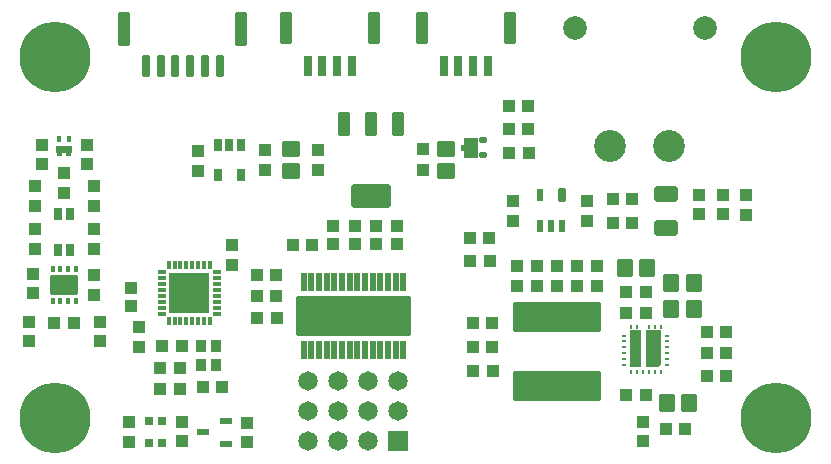
<source format=gbr>
G04*
G04 #@! TF.GenerationSoftware,Altium Limited,Altium Designer,24.7.2 (38)*
G04*
G04 Layer_Color=8388736*
%FSLAX25Y25*%
%MOIN*%
G70*
G04*
G04 #@! TF.SameCoordinates,AB7849DE-EAC8-4354-A705-FC1E97C67EB3*
G04*
G04*
G04 #@! TF.FilePolarity,Negative*
G04*
G01*
G75*
G04:AMPARAMS|DCode=56|XSize=51.18mil|YSize=59.06mil|CornerRadius=3.84mil|HoleSize=0mil|Usage=FLASHONLY|Rotation=180.000|XOffset=0mil|YOffset=0mil|HoleType=Round|Shape=RoundedRectangle|*
%AMROUNDEDRECTD56*
21,1,0.05118,0.05138,0,0,180.0*
21,1,0.04350,0.05906,0,0,180.0*
1,1,0.00768,-0.02175,0.02569*
1,1,0.00768,0.02175,0.02569*
1,1,0.00768,0.02175,-0.02569*
1,1,0.00768,-0.02175,-0.02569*
%
%ADD56ROUNDEDRECTD56*%
G04:AMPARAMS|DCode=57|XSize=43.31mil|YSize=39.37mil|CornerRadius=2.95mil|HoleSize=0mil|Usage=FLASHONLY|Rotation=270.000|XOffset=0mil|YOffset=0mil|HoleType=Round|Shape=RoundedRectangle|*
%AMROUNDEDRECTD57*
21,1,0.04331,0.03347,0,0,270.0*
21,1,0.03740,0.03937,0,0,270.0*
1,1,0.00591,-0.01673,-0.01870*
1,1,0.00591,-0.01673,0.01870*
1,1,0.00591,0.01673,0.01870*
1,1,0.00591,0.01673,-0.01870*
%
%ADD57ROUNDEDRECTD57*%
G04:AMPARAMS|DCode=58|XSize=62.99mil|YSize=21.65mil|CornerRadius=2.85mil|HoleSize=0mil|Usage=FLASHONLY|Rotation=270.000|XOffset=0mil|YOffset=0mil|HoleType=Round|Shape=RoundedRectangle|*
%AMROUNDEDRECTD58*
21,1,0.06299,0.01595,0,0,270.0*
21,1,0.05728,0.02165,0,0,270.0*
1,1,0.00571,-0.00797,-0.02864*
1,1,0.00571,-0.00797,0.02864*
1,1,0.00571,0.00797,0.02864*
1,1,0.00571,0.00797,-0.02864*
%
%ADD58ROUNDEDRECTD58*%
G04:AMPARAMS|DCode=59|XSize=295.28mil|YSize=98.43mil|CornerRadius=4.92mil|HoleSize=0mil|Usage=FLASHONLY|Rotation=180.000|XOffset=0mil|YOffset=0mil|HoleType=Round|Shape=RoundedRectangle|*
%AMROUNDEDRECTD59*
21,1,0.29528,0.08858,0,0,180.0*
21,1,0.28543,0.09843,0,0,180.0*
1,1,0.00984,-0.14272,0.04429*
1,1,0.00984,0.14272,0.04429*
1,1,0.00984,0.14272,-0.04429*
1,1,0.00984,-0.14272,-0.04429*
%
%ADD59ROUNDEDRECTD59*%
G04:AMPARAMS|DCode=60|XSize=43.31mil|YSize=39.37mil|CornerRadius=2.95mil|HoleSize=0mil|Usage=FLASHONLY|Rotation=0.000|XOffset=0mil|YOffset=0mil|HoleType=Round|Shape=RoundedRectangle|*
%AMROUNDEDRECTD60*
21,1,0.04331,0.03347,0,0,0.0*
21,1,0.03740,0.03937,0,0,0.0*
1,1,0.00591,0.01870,-0.01673*
1,1,0.00591,-0.01870,-0.01673*
1,1,0.00591,-0.01870,0.01673*
1,1,0.00591,0.01870,0.01673*
%
%ADD60ROUNDEDRECTD60*%
G04:AMPARAMS|DCode=61|XSize=51.18mil|YSize=59.06mil|CornerRadius=3.84mil|HoleSize=0mil|Usage=FLASHONLY|Rotation=90.000|XOffset=0mil|YOffset=0mil|HoleType=Round|Shape=RoundedRectangle|*
%AMROUNDEDRECTD61*
21,1,0.05118,0.05138,0,0,90.0*
21,1,0.04350,0.05906,0,0,90.0*
1,1,0.00768,0.02569,0.02175*
1,1,0.00768,0.02569,-0.02175*
1,1,0.00768,-0.02569,-0.02175*
1,1,0.00768,-0.02569,0.02175*
%
%ADD61ROUNDEDRECTD61*%
G04:AMPARAMS|DCode=62|XSize=23.62mil|YSize=66.93mil|CornerRadius=1.18mil|HoleSize=0mil|Usage=FLASHONLY|Rotation=180.000|XOffset=0mil|YOffset=0mil|HoleType=Round|Shape=RoundedRectangle|*
%AMROUNDEDRECTD62*
21,1,0.02362,0.06457,0,0,180.0*
21,1,0.02126,0.06693,0,0,180.0*
1,1,0.00236,-0.01063,0.03228*
1,1,0.00236,0.01063,0.03228*
1,1,0.00236,0.01063,-0.03228*
1,1,0.00236,-0.01063,-0.03228*
%
%ADD62ROUNDEDRECTD62*%
G04:AMPARAMS|DCode=63|XSize=39.37mil|YSize=106.3mil|CornerRadius=1.97mil|HoleSize=0mil|Usage=FLASHONLY|Rotation=180.000|XOffset=0mil|YOffset=0mil|HoleType=Round|Shape=RoundedRectangle|*
%AMROUNDEDRECTD63*
21,1,0.03937,0.10236,0,0,180.0*
21,1,0.03543,0.10630,0,0,180.0*
1,1,0.00394,-0.01772,0.05118*
1,1,0.00394,0.01772,0.05118*
1,1,0.00394,0.01772,-0.05118*
1,1,0.00394,-0.01772,-0.05118*
%
%ADD63ROUNDEDRECTD63*%
G04:AMPARAMS|DCode=64|XSize=43.31mil|YSize=110.24mil|CornerRadius=4.92mil|HoleSize=0mil|Usage=FLASHONLY|Rotation=180.000|XOffset=0mil|YOffset=0mil|HoleType=Round|Shape=RoundedRectangle|*
%AMROUNDEDRECTD64*
21,1,0.04331,0.10039,0,0,180.0*
21,1,0.03347,0.11024,0,0,180.0*
1,1,0.00984,-0.01673,0.05020*
1,1,0.00984,0.01673,0.05020*
1,1,0.00984,0.01673,-0.05020*
1,1,0.00984,-0.01673,-0.05020*
%
%ADD64ROUNDEDRECTD64*%
G04:AMPARAMS|DCode=65|XSize=27.56mil|YSize=70.87mil|CornerRadius=3.74mil|HoleSize=0mil|Usage=FLASHONLY|Rotation=180.000|XOffset=0mil|YOffset=0mil|HoleType=Round|Shape=RoundedRectangle|*
%AMROUNDEDRECTD65*
21,1,0.02756,0.06339,0,0,180.0*
21,1,0.02008,0.07087,0,0,180.0*
1,1,0.00748,-0.01004,0.03169*
1,1,0.00748,0.01004,0.03169*
1,1,0.00748,0.01004,-0.03169*
1,1,0.00748,-0.01004,-0.03169*
%
%ADD65ROUNDEDRECTD65*%
G04:AMPARAMS|DCode=66|XSize=39.37mil|YSize=43.31mil|CornerRadius=2.95mil|HoleSize=0mil|Usage=FLASHONLY|Rotation=180.000|XOffset=0mil|YOffset=0mil|HoleType=Round|Shape=RoundedRectangle|*
%AMROUNDEDRECTD66*
21,1,0.03937,0.03740,0,0,180.0*
21,1,0.03347,0.04331,0,0,180.0*
1,1,0.00591,-0.01673,0.01870*
1,1,0.00591,0.01673,0.01870*
1,1,0.00591,0.01673,-0.01870*
1,1,0.00591,-0.01673,-0.01870*
%
%ADD66ROUNDEDRECTD66*%
G04:AMPARAMS|DCode=67|XSize=23.62mil|YSize=11.81mil|CornerRadius=0.59mil|HoleSize=0mil|Usage=FLASHONLY|Rotation=180.000|XOffset=0mil|YOffset=0mil|HoleType=Round|Shape=RoundedRectangle|*
%AMROUNDEDRECTD67*
21,1,0.02362,0.01063,0,0,180.0*
21,1,0.02244,0.01181,0,0,180.0*
1,1,0.00118,-0.01122,0.00532*
1,1,0.00118,0.01122,0.00532*
1,1,0.00118,0.01122,-0.00532*
1,1,0.00118,-0.01122,-0.00532*
%
%ADD67ROUNDEDRECTD67*%
G04:AMPARAMS|DCode=68|XSize=23.62mil|YSize=11.81mil|CornerRadius=0.59mil|HoleSize=0mil|Usage=FLASHONLY|Rotation=90.000|XOffset=0mil|YOffset=0mil|HoleType=Round|Shape=RoundedRectangle|*
%AMROUNDEDRECTD68*
21,1,0.02362,0.01063,0,0,90.0*
21,1,0.02244,0.01181,0,0,90.0*
1,1,0.00118,0.00532,0.01122*
1,1,0.00118,0.00532,-0.01122*
1,1,0.00118,-0.00532,-0.01122*
1,1,0.00118,-0.00532,0.01122*
%
%ADD68ROUNDEDRECTD68*%
G04:AMPARAMS|DCode=69|XSize=135.83mil|YSize=135.83mil|CornerRadius=3.4mil|HoleSize=0mil|Usage=FLASHONLY|Rotation=90.000|XOffset=0mil|YOffset=0mil|HoleType=Round|Shape=RoundedRectangle|*
%AMROUNDEDRECTD69*
21,1,0.13583,0.12903,0,0,90.0*
21,1,0.12903,0.13583,0,0,90.0*
1,1,0.00679,0.06452,0.06452*
1,1,0.00679,0.06452,-0.06452*
1,1,0.00679,-0.06452,-0.06452*
1,1,0.00679,-0.06452,0.06452*
%
%ADD69ROUNDEDRECTD69*%
G04:AMPARAMS|DCode=70|XSize=22.05mil|YSize=37.4mil|CornerRadius=1.1mil|HoleSize=0mil|Usage=FLASHONLY|Rotation=90.000|XOffset=0mil|YOffset=0mil|HoleType=Round|Shape=RoundedRectangle|*
%AMROUNDEDRECTD70*
21,1,0.02205,0.03520,0,0,90.0*
21,1,0.01984,0.03740,0,0,90.0*
1,1,0.00221,0.01760,0.00992*
1,1,0.00221,0.01760,-0.00992*
1,1,0.00221,-0.01760,-0.00992*
1,1,0.00221,-0.01760,0.00992*
%
%ADD70ROUNDEDRECTD70*%
G04:AMPARAMS|DCode=71|XSize=27.56mil|YSize=27.56mil|CornerRadius=2.07mil|HoleSize=0mil|Usage=FLASHONLY|Rotation=270.000|XOffset=0mil|YOffset=0mil|HoleType=Round|Shape=RoundedRectangle|*
%AMROUNDEDRECTD71*
21,1,0.02756,0.02343,0,0,270.0*
21,1,0.02343,0.02756,0,0,270.0*
1,1,0.00413,-0.01171,-0.01171*
1,1,0.00413,-0.01171,0.01171*
1,1,0.00413,0.01171,0.01171*
1,1,0.00413,0.01171,-0.01171*
%
%ADD71ROUNDEDRECTD71*%
G04:AMPARAMS|DCode=72|XSize=39.37mil|YSize=35.43mil|CornerRadius=1.77mil|HoleSize=0mil|Usage=FLASHONLY|Rotation=90.000|XOffset=0mil|YOffset=0mil|HoleType=Round|Shape=RoundedRectangle|*
%AMROUNDEDRECTD72*
21,1,0.03937,0.03189,0,0,90.0*
21,1,0.03583,0.03543,0,0,90.0*
1,1,0.00354,0.01595,0.01791*
1,1,0.00354,0.01595,-0.01791*
1,1,0.00354,-0.01595,-0.01791*
1,1,0.00354,-0.01595,0.01791*
%
%ADD72ROUNDEDRECTD72*%
G04:AMPARAMS|DCode=73|XSize=39.37mil|YSize=43.31mil|CornerRadius=2.95mil|HoleSize=0mil|Usage=FLASHONLY|Rotation=270.000|XOffset=0mil|YOffset=0mil|HoleType=Round|Shape=RoundedRectangle|*
%AMROUNDEDRECTD73*
21,1,0.03937,0.03740,0,0,270.0*
21,1,0.03347,0.04331,0,0,270.0*
1,1,0.00591,-0.01870,-0.01673*
1,1,0.00591,-0.01870,0.01673*
1,1,0.00591,0.01870,0.01673*
1,1,0.00591,0.01870,-0.01673*
%
%ADD73ROUNDEDRECTD73*%
G04:AMPARAMS|DCode=74|XSize=21.65mil|YSize=43.31mil|CornerRadius=1.62mil|HoleSize=0mil|Usage=FLASHONLY|Rotation=180.000|XOffset=0mil|YOffset=0mil|HoleType=Round|Shape=RoundedRectangle|*
%AMROUNDEDRECTD74*
21,1,0.02165,0.04006,0,0,180.0*
21,1,0.01841,0.04331,0,0,180.0*
1,1,0.00325,-0.00920,0.02003*
1,1,0.00325,0.00920,0.02003*
1,1,0.00325,0.00920,-0.02003*
1,1,0.00325,-0.00920,-0.02003*
%
%ADD74ROUNDEDRECTD74*%
G04:AMPARAMS|DCode=75|XSize=25.59mil|YSize=47.24mil|CornerRadius=3.59mil|HoleSize=0mil|Usage=FLASHONLY|Rotation=180.000|XOffset=0mil|YOffset=0mil|HoleType=Round|Shape=RoundedRectangle|*
%AMROUNDEDRECTD75*
21,1,0.02559,0.04006,0,0,180.0*
21,1,0.01841,0.04724,0,0,180.0*
1,1,0.00719,-0.00920,0.02003*
1,1,0.00719,0.00920,0.02003*
1,1,0.00719,0.00920,-0.02003*
1,1,0.00719,-0.00920,-0.02003*
%
%ADD75ROUNDEDRECTD75*%
G04:AMPARAMS|DCode=76|XSize=78.74mil|YSize=51.18mil|CornerRadius=5.12mil|HoleSize=0mil|Usage=FLASHONLY|Rotation=0.000|XOffset=0mil|YOffset=0mil|HoleType=Round|Shape=RoundedRectangle|*
%AMROUNDEDRECTD76*
21,1,0.07874,0.04095,0,0,0.0*
21,1,0.06850,0.05118,0,0,0.0*
1,1,0.01024,0.03425,-0.02047*
1,1,0.01024,-0.03425,-0.02047*
1,1,0.01024,-0.03425,0.02047*
1,1,0.01024,0.03425,0.02047*
%
%ADD76ROUNDEDRECTD76*%
G04:AMPARAMS|DCode=77|XSize=20.67mil|YSize=11.81mil|CornerRadius=0.89mil|HoleSize=0mil|Usage=FLASHONLY|Rotation=90.000|XOffset=0mil|YOffset=0mil|HoleType=Round|Shape=RoundedRectangle|*
%AMROUNDEDRECTD77*
21,1,0.02067,0.01004,0,0,90.0*
21,1,0.01890,0.01181,0,0,90.0*
1,1,0.00177,0.00502,0.00945*
1,1,0.00177,0.00502,-0.00945*
1,1,0.00177,-0.00502,-0.00945*
1,1,0.00177,-0.00502,0.00945*
%
%ADD77ROUNDEDRECTD77*%
G04:AMPARAMS|DCode=78|XSize=64.96mil|YSize=96.46mil|CornerRadius=4.87mil|HoleSize=0mil|Usage=FLASHONLY|Rotation=90.000|XOffset=0mil|YOffset=0mil|HoleType=Round|Shape=RoundedRectangle|*
%AMROUNDEDRECTD78*
21,1,0.06496,0.08671,0,0,90.0*
21,1,0.05522,0.09646,0,0,90.0*
1,1,0.00974,0.04336,0.02761*
1,1,0.00974,0.04336,-0.02761*
1,1,0.00974,-0.04336,-0.02761*
1,1,0.00974,-0.04336,0.02761*
%
%ADD78ROUNDEDRECTD78*%
G04:AMPARAMS|DCode=79|XSize=15.75mil|YSize=21.65mil|CornerRadius=0.79mil|HoleSize=0mil|Usage=FLASHONLY|Rotation=0.000|XOffset=0mil|YOffset=0mil|HoleType=Round|Shape=RoundedRectangle|*
%AMROUNDEDRECTD79*
21,1,0.01575,0.02008,0,0,0.0*
21,1,0.01417,0.02165,0,0,0.0*
1,1,0.00158,0.00709,-0.01004*
1,1,0.00158,-0.00709,-0.01004*
1,1,0.00158,-0.00709,0.01004*
1,1,0.00158,0.00709,0.01004*
%
%ADD79ROUNDEDRECTD79*%
G04:AMPARAMS|DCode=80|XSize=41.34mil|YSize=23.62mil|CornerRadius=1.18mil|HoleSize=0mil|Usage=FLASHONLY|Rotation=270.000|XOffset=0mil|YOffset=0mil|HoleType=Round|Shape=RoundedRectangle|*
%AMROUNDEDRECTD80*
21,1,0.04134,0.02126,0,0,270.0*
21,1,0.03898,0.02362,0,0,270.0*
1,1,0.00236,-0.01063,-0.01949*
1,1,0.00236,-0.01063,0.01949*
1,1,0.00236,0.01063,0.01949*
1,1,0.00236,0.01063,-0.01949*
%
%ADD80ROUNDEDRECTD80*%
G04:AMPARAMS|DCode=81|XSize=41.34mil|YSize=78.74mil|CornerRadius=3.84mil|HoleSize=0mil|Usage=FLASHONLY|Rotation=0.000|XOffset=0mil|YOffset=0mil|HoleType=Round|Shape=RoundedRectangle|*
%AMROUNDEDRECTD81*
21,1,0.04134,0.07106,0,0,0.0*
21,1,0.03366,0.07874,0,0,0.0*
1,1,0.00768,0.01683,-0.03553*
1,1,0.00768,-0.01683,-0.03553*
1,1,0.00768,-0.01683,0.03553*
1,1,0.00768,0.01683,0.03553*
%
%ADD81ROUNDEDRECTD81*%
G04:AMPARAMS|DCode=82|XSize=78.74mil|YSize=131.89mil|CornerRadius=5.71mil|HoleSize=0mil|Usage=FLASHONLY|Rotation=270.000|XOffset=0mil|YOffset=0mil|HoleType=Round|Shape=RoundedRectangle|*
%AMROUNDEDRECTD82*
21,1,0.07874,0.12047,0,0,270.0*
21,1,0.06732,0.13189,0,0,270.0*
1,1,0.01142,-0.06024,-0.03366*
1,1,0.01142,-0.06024,0.03366*
1,1,0.01142,0.06024,0.03366*
1,1,0.01142,0.06024,-0.03366*
%
%ADD82ROUNDEDRECTD82*%
G04:AMPARAMS|DCode=83|XSize=19.68mil|YSize=23.62mil|CornerRadius=2.76mil|HoleSize=0mil|Usage=FLASHONLY|Rotation=90.000|XOffset=0mil|YOffset=0mil|HoleType=Round|Shape=RoundedRectangle|*
%AMROUNDEDRECTD83*
21,1,0.01968,0.01811,0,0,90.0*
21,1,0.01417,0.02362,0,0,90.0*
1,1,0.00551,0.00906,0.00709*
1,1,0.00551,0.00906,-0.00709*
1,1,0.00551,-0.00906,-0.00709*
1,1,0.00551,-0.00906,0.00709*
%
%ADD83ROUNDEDRECTD83*%
G04:AMPARAMS|DCode=84|XSize=43.31mil|YSize=23.62mil|CornerRadius=1.18mil|HoleSize=0mil|Usage=FLASHONLY|Rotation=270.000|XOffset=0mil|YOffset=0mil|HoleType=Round|Shape=RoundedRectangle|*
%AMROUNDEDRECTD84*
21,1,0.04331,0.02126,0,0,270.0*
21,1,0.04095,0.02362,0,0,270.0*
1,1,0.00236,-0.01063,-0.02047*
1,1,0.00236,-0.01063,0.02047*
1,1,0.00236,0.01063,0.02047*
1,1,0.00236,0.01063,-0.02047*
%
%ADD84ROUNDEDRECTD84*%
%ADD85R,0.01772X0.00984*%
%ADD86R,0.00984X0.01772*%
%ADD87C,0.23622*%
%ADD88C,0.10630*%
%ADD89C,0.07874*%
%ADD90R,0.06500X0.06500*%
%ADD91C,0.06500*%
G36*
X152165Y290059D02*
X151969D01*
Y289075D01*
X150394D01*
X150394Y290059D01*
X148819D01*
Y289075D01*
X147244D01*
Y290059D01*
X147047D01*
Y292421D01*
X152165D01*
Y290059D01*
D02*
G37*
G36*
X287440Y295076D02*
X287477Y295065D01*
X287511Y295046D01*
X287541Y295022D01*
X287566Y294992D01*
X287584Y294958D01*
X287596Y294920D01*
X287599Y294882D01*
Y288583D01*
X287596Y288544D01*
X287584Y288507D01*
X287566Y288473D01*
X287541Y288443D01*
X287511Y288418D01*
X287477Y288400D01*
X287440Y288389D01*
X287402Y288385D01*
X283071D01*
X283032Y288389D01*
X282995Y288400D01*
X282961Y288418D01*
X282931Y288443D01*
X282906Y288473D01*
X282888Y288507D01*
X282877Y288544D01*
X282873Y288583D01*
Y290747D01*
X282087D01*
X282048Y290751D01*
X282011Y290762D01*
X281977Y290780D01*
X281947Y290805D01*
X281922Y290835D01*
X281904Y290869D01*
X281893Y290906D01*
X281889Y290945D01*
Y292520D01*
X281893Y292558D01*
X281904Y292595D01*
X281922Y292630D01*
X281947Y292659D01*
X281977Y292684D01*
X282011Y292702D01*
X282048Y292714D01*
X282087Y292718D01*
X282873D01*
Y294882D01*
X282877Y294920D01*
X282888Y294958D01*
X282906Y294992D01*
X282931Y295022D01*
X282961Y295046D01*
X282995Y295065D01*
X283032Y295076D01*
X283071Y295080D01*
X287402D01*
X287440Y295076D01*
D02*
G37*
G36*
X264683Y242297D02*
X264805Y242247D01*
X264915Y242173D01*
X265008Y242080D01*
X265081Y241971D01*
X265132Y241849D01*
X265158Y241720D01*
Y241653D01*
Y229606D01*
Y229540D01*
X265132Y229411D01*
X265081Y229289D01*
X265008Y229180D01*
X264915Y229086D01*
X264805Y229013D01*
X264683Y228963D01*
X264554Y228937D01*
X227572D01*
X227443Y228963D01*
X227321Y229013D01*
X227211Y229086D01*
X227118Y229180D01*
X227045Y229289D01*
X226994Y229411D01*
X226969Y229540D01*
Y229606D01*
Y241653D01*
Y241720D01*
X226994Y241849D01*
X227045Y241971D01*
X227118Y242080D01*
X227211Y242173D01*
X227321Y242247D01*
X227443Y242297D01*
X227572Y242323D01*
X264554D01*
X264683Y242297D01*
D02*
G37*
G36*
X342047Y218760D02*
X338307D01*
Y231044D01*
X342047D01*
Y218760D01*
D02*
G37*
G36*
X348740Y219764D02*
X348218Y219243D01*
X347736Y218760D01*
X343504D01*
Y231044D01*
X348740D01*
Y219764D01*
D02*
G37*
D56*
X359449Y237795D02*
D03*
X351969D02*
D03*
X350590Y206693D02*
D03*
X358071D02*
D03*
X343898Y251772D02*
D03*
X336417D02*
D03*
X351969Y246654D02*
D03*
X359449D02*
D03*
D57*
X307189Y252350D02*
D03*
Y245657D02*
D03*
X188399Y218133D02*
D03*
Y211440D02*
D03*
X171240Y193677D02*
D03*
Y200370D02*
D03*
X205512Y252559D02*
D03*
Y259252D02*
D03*
X181509Y211440D02*
D03*
Y218133D02*
D03*
X174619Y225219D02*
D03*
Y231912D02*
D03*
X323819Y274016D02*
D03*
Y267323D02*
D03*
X299213D02*
D03*
Y274016D02*
D03*
X300492Y245650D02*
D03*
Y252343D02*
D03*
X376969Y269291D02*
D03*
Y275984D02*
D03*
X320655Y245735D02*
D03*
Y252428D02*
D03*
X327389Y245696D02*
D03*
Y252389D02*
D03*
X149606Y283268D02*
D03*
Y276575D02*
D03*
X139764Y278937D02*
D03*
Y272244D02*
D03*
X159449Y258071D02*
D03*
Y264764D02*
D03*
X139764Y258071D02*
D03*
Y264764D02*
D03*
X159449Y278937D02*
D03*
Y272244D02*
D03*
Y249410D02*
D03*
Y242717D02*
D03*
X370276Y230315D02*
D03*
X363976D02*
D03*
X194095Y290551D02*
D03*
Y283858D02*
D03*
X216535Y284252D02*
D03*
Y290945D02*
D03*
X234252Y284252D02*
D03*
Y290945D02*
D03*
X269221Y284424D02*
D03*
Y291117D02*
D03*
X313942Y252369D02*
D03*
Y245676D02*
D03*
D58*
X229429Y224213D02*
D03*
X231988D02*
D03*
X234547D02*
D03*
X237106D02*
D03*
X239665D02*
D03*
X242224D02*
D03*
X244783D02*
D03*
X247342D02*
D03*
X249902D02*
D03*
X252461D02*
D03*
X255020D02*
D03*
X257579D02*
D03*
X260138D02*
D03*
X262697D02*
D03*
X229429Y247047D02*
D03*
X231988D02*
D03*
X234547D02*
D03*
X237106D02*
D03*
X239665D02*
D03*
X242224D02*
D03*
X244783D02*
D03*
X247342D02*
D03*
X249902D02*
D03*
X252461D02*
D03*
X255020D02*
D03*
X257579D02*
D03*
X260138D02*
D03*
X262697D02*
D03*
D59*
X313976Y212205D02*
D03*
Y235433D02*
D03*
D60*
X343577Y209252D02*
D03*
X336884D02*
D03*
X182099Y225613D02*
D03*
X188792D02*
D03*
X291494Y254043D02*
D03*
X284801D02*
D03*
X292675Y217232D02*
D03*
X285982D02*
D03*
X297835Y289980D02*
D03*
X304528D02*
D03*
X220472Y235039D02*
D03*
X213779D02*
D03*
X152953Y233169D02*
D03*
X146260D02*
D03*
X157087Y286221D02*
D03*
Y292520D02*
D03*
X142126Y286221D02*
D03*
Y292520D02*
D03*
X336811Y236614D02*
D03*
X343504D02*
D03*
X336811Y243701D02*
D03*
X343504D02*
D03*
D61*
X276772Y291339D02*
D03*
Y283858D02*
D03*
X225394Y291339D02*
D03*
Y283858D02*
D03*
D62*
X290846Y318993D02*
D03*
X285925D02*
D03*
X281004D02*
D03*
X276083D02*
D03*
X245571D02*
D03*
X240650D02*
D03*
X235728D02*
D03*
X230807D02*
D03*
D63*
X298130Y331592D02*
D03*
X268799D02*
D03*
X252854D02*
D03*
X223524D02*
D03*
D64*
X208733Y331413D02*
D03*
X169560D02*
D03*
D65*
X201450Y318815D02*
D03*
X196528D02*
D03*
X191607D02*
D03*
X186686D02*
D03*
X181765D02*
D03*
X176843D02*
D03*
D66*
X139370Y243307D02*
D03*
Y249606D02*
D03*
X188957Y193874D02*
D03*
Y200173D02*
D03*
X369094Y275787D02*
D03*
Y269488D02*
D03*
X210531Y200000D02*
D03*
Y193701D02*
D03*
X171850Y238779D02*
D03*
Y245079D02*
D03*
X361221Y275787D02*
D03*
Y269488D02*
D03*
X260630Y259449D02*
D03*
Y265748D02*
D03*
X253543Y259449D02*
D03*
Y265748D02*
D03*
X246457Y259449D02*
D03*
Y265748D02*
D03*
X239370Y259449D02*
D03*
Y265748D02*
D03*
X161417Y227165D02*
D03*
Y233465D02*
D03*
X137795Y227165D02*
D03*
Y233465D02*
D03*
X342520Y200394D02*
D03*
Y194095D02*
D03*
D67*
X182099Y236440D02*
D03*
Y238408D02*
D03*
Y240377D02*
D03*
Y242345D02*
D03*
X200603Y244314D02*
D03*
Y246282D02*
D03*
Y248251D02*
D03*
Y250219D02*
D03*
X182099Y244314D02*
D03*
Y246282D02*
D03*
Y248251D02*
D03*
Y250219D02*
D03*
X200603Y236440D02*
D03*
Y238408D02*
D03*
Y240377D02*
D03*
Y242345D02*
D03*
D68*
X184462Y234078D02*
D03*
X186430D02*
D03*
X188399D02*
D03*
X190367D02*
D03*
X192336D02*
D03*
X194304D02*
D03*
X196273D02*
D03*
X198241D02*
D03*
Y252582D02*
D03*
X196273D02*
D03*
X194304D02*
D03*
X192336D02*
D03*
X184462D02*
D03*
X190367D02*
D03*
X188399D02*
D03*
X186430D02*
D03*
D69*
X191351Y243330D02*
D03*
D70*
X195866Y196850D02*
D03*
X203543Y200591D02*
D03*
Y193110D02*
D03*
D71*
X182264Y200626D02*
D03*
Y193421D02*
D03*
X177933Y200626D02*
D03*
Y193421D02*
D03*
D72*
X200210Y225613D02*
D03*
X195387D02*
D03*
X200210Y219215D02*
D03*
X195387D02*
D03*
D73*
X196076Y211833D02*
D03*
X202375D02*
D03*
X332480Y274606D02*
D03*
X338779D02*
D03*
Y266732D02*
D03*
X332480D02*
D03*
X291339Y261614D02*
D03*
X285039D02*
D03*
X286024Y225197D02*
D03*
X292323D02*
D03*
X286024Y233268D02*
D03*
X292323D02*
D03*
X225892Y259252D02*
D03*
X232191D02*
D03*
X363976Y215551D02*
D03*
X370276D02*
D03*
X298031Y297854D02*
D03*
X304331D02*
D03*
X220276Y242126D02*
D03*
X213976D02*
D03*
X356496Y197835D02*
D03*
X350197D02*
D03*
X220276Y249410D02*
D03*
X213976D02*
D03*
X298031Y305459D02*
D03*
X304331D02*
D03*
X370276Y223425D02*
D03*
X363976D02*
D03*
D74*
X308090Y265602D02*
D03*
X311831D02*
D03*
X315571D02*
D03*
X308090Y275839D02*
D03*
D75*
X315571D02*
D03*
D76*
X350394Y264961D02*
D03*
Y276378D02*
D03*
D77*
X148327Y251327D02*
D03*
X153445Y240602D02*
D03*
X150886D02*
D03*
X145768Y240600D02*
D03*
X148327Y240602D02*
D03*
X150886Y251327D02*
D03*
X145768D02*
D03*
X153445D02*
D03*
D78*
X149606Y245965D02*
D03*
D79*
X151181Y294685D02*
D03*
X148031D02*
D03*
D80*
X151575Y269685D02*
D03*
X147638D02*
D03*
Y257677D02*
D03*
X151575D02*
D03*
D81*
X261024Y299606D02*
D03*
X251969D02*
D03*
X242913D02*
D03*
D82*
X251969Y275590D02*
D03*
D83*
X289370Y289173D02*
D03*
Y294291D02*
D03*
D84*
X200984Y282480D02*
D03*
X208465Y292717D02*
D03*
X204724D02*
D03*
X200984D02*
D03*
X208465Y282480D02*
D03*
D85*
X350689Y219252D02*
D03*
Y225158D02*
D03*
Y223189D02*
D03*
Y221221D02*
D03*
X336358Y219252D02*
D03*
Y221221D02*
D03*
Y223189D02*
D03*
Y225158D02*
D03*
Y227127D02*
D03*
X350689Y227127D02*
D03*
X336358Y229095D02*
D03*
X350689Y229095D02*
D03*
D86*
X348425Y217008D02*
D03*
X346457D02*
D03*
X344488D02*
D03*
X342520D02*
D03*
X340551D02*
D03*
X338583D02*
D03*
X338622Y231851D02*
D03*
X340591D02*
D03*
X344488Y231851D02*
D03*
X346457D02*
D03*
X348425D02*
D03*
D87*
X146654Y321850D02*
D03*
X386811Y201772D02*
D03*
Y321850D02*
D03*
X146654Y201772D02*
D03*
D88*
X331693Y292323D02*
D03*
X351378D02*
D03*
D89*
X363189Y331693D02*
D03*
X319882D02*
D03*
D90*
X260787Y193937D02*
D03*
D91*
X250787D02*
D03*
X240787D02*
D03*
X230787D02*
D03*
X260787Y203937D02*
D03*
X250787D02*
D03*
X240787D02*
D03*
X260787Y213937D02*
D03*
X250787D02*
D03*
X240787D02*
D03*
X230787Y203937D02*
D03*
Y213937D02*
D03*
M02*

</source>
